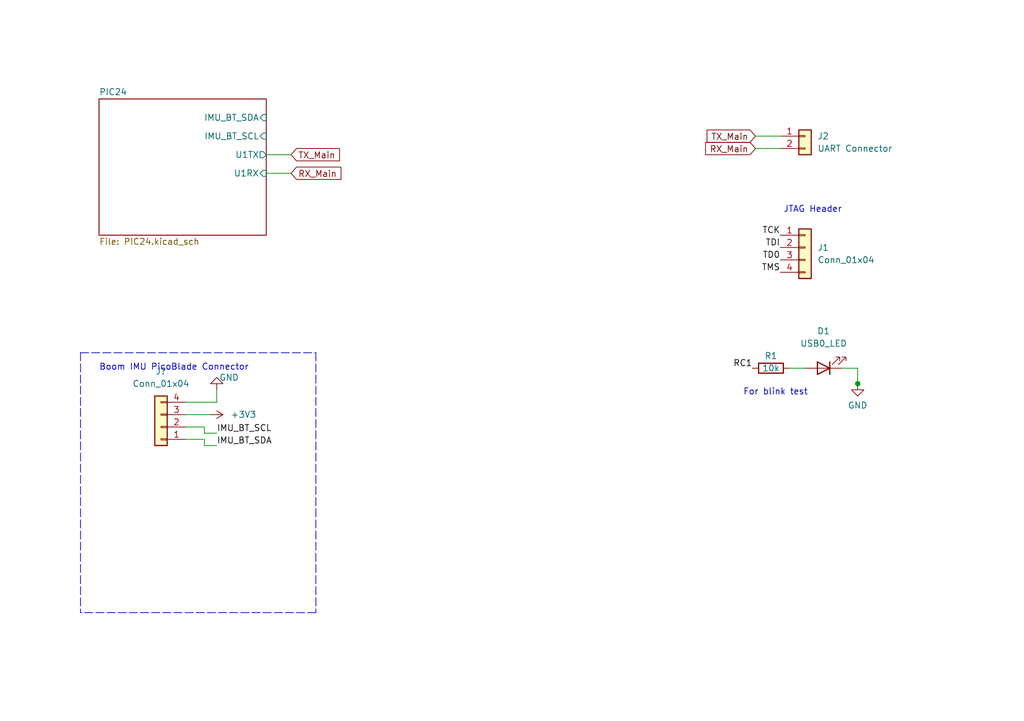
<source format=kicad_sch>
(kicad_sch (version 20211123) (generator eeschema)
  (paper "A5")
  (title_block (title "Proxy Board") (rev "REV 1.0") (company "Space@VT") (comment 1 "Edited by: Luis Yon"))
  (lib_symbols
    (symbol "Connector_Generic:Conn_01x02" (pin_names (offset 1.016) hide)
      (property "Reference" "J" (at 0 2.54 0))
      (property "Value" "Conn_01x02" (at 0 -5.08 0))
      (symbol "Conn_01x02_1_1"
        (rectangle (start -1.27 -2.413) (end 0 -2.667) (stroke (width 0.1524)))
        (rectangle (start -1.27 0.127) (end 0 -0.127) (stroke (width 0.1524)))
        (rectangle (start -1.27 1.27) (end 1.27 -3.81) (stroke (width 0.254)) (fill (type background)))
        (pin passive line (at -5.08 0 0) (length 3.81) (name "Pin_1") (number "1"))
        (pin passive line (at -5.08 -2.54 0) (length 3.81) (name "Pin_2") (number "2"))
      )
    )
    (symbol "Connector_Generic:Conn_01x04" (pin_names (offset 1.016) hide)
      (property "Reference" "J" (at 0 5.08 0))
      (property "Value" "Conn_01x04" (at 0 -7.62 0))
      (symbol "Conn_01x04_1_1"
        (rectangle (start -1.27 -4.953) (end 0 -5.207) (stroke (width 0.1524)))
        (rectangle (start -1.27 -2.413) (end 0 -2.667) (stroke (width 0.1524)))
        (rectangle (start -1.27 0.127) (end 0 -0.127) (stroke (width 0.1524)))
        (rectangle (start -1.27 2.667) (end 0 2.413) (stroke (width 0.1524)))
        (rectangle (start -1.27 3.81) (end 1.27 -6.35) (stroke (width 0.254)) (fill (type background)))
        (pin passive line (at -5.08 2.54 0) (length 3.81) (name "Pin_1") (number "1"))
        (pin passive line (at -5.08 0 0) (length 3.81) (name "Pin_2") (number "2"))
        (pin passive line (at -5.08 -2.54 0) (length 3.81) (name "Pin_3") (number "3"))
        (pin passive line (at -5.08 -5.08 0) (length 3.81) (name "Pin_4") (number "4"))
      )
    )
    (symbol "Device:LED" (pin_numbers hide) (pin_names (offset 1.016) hide)
      (property "Reference" "D" (at 0 2.54 0))
      (property "Value" "LED" (at 0 -2.54 0))
      (symbol "LED_0_1"
        (polyline (pts (xy -1.27 -1.27) (xy -1.27 1.27)) (stroke (width 0.254)))
        (polyline (pts (xy -1.27 0) (xy 1.27 0)))
        (polyline (pts (xy 1.27 -1.27) (xy 1.27 1.27) (xy -1.27 0) (xy 1.27 -1.27)) (stroke (width 0.254)))
        (polyline (pts (xy -3.048 -0.762) (xy -4.572 -2.286) (xy -3.81 -2.286) (xy -4.572 -2.286) (xy -4.572 -1.524)))
        (polyline (pts (xy -1.778 -0.762) (xy -3.302 -2.286) (xy -2.54 -2.286) (xy -3.302 -2.286) (xy -3.302 -1.524)))
      )
      (symbol "LED_1_1"
        (pin passive line (at -3.81 0 0) (length 2.54) (name "K") (number "1"))
        (pin passive line (at 3.81 0 180) (length 2.54) (name "A") (number "2"))
      )
    )
    (symbol "Device:R" (pin_numbers hide) (pin_names (offset 0))
      (property "Reference" "R" (at 2.032 0 90))
      (property "Value" "R" (at 0 0 90))
      (symbol "R_0_1"
        (rectangle (start -1.016 -2.54) (end 1.016 2.54) (stroke (width 0.254)))
      )
      (symbol "R_1_1"
        (pin passive line (at 0 3.81 270) (length 1.27) (name "~") (number "1"))
        (pin passive line (at 0 -3.81 90) (length 1.27) (name "~") (number "2"))
      )
    )
    (symbol "power:+3.3V" (power) (pin_names (offset 0))
      (property "Value" "+3.3V" (at 0 3.556 0))
      (symbol "+3.3V_0_1"
        (polyline (pts (xy -0.762 1.27) (xy 0 2.54)))
        (polyline (pts (xy 0 0) (xy 0 2.54)))
        (polyline (pts (xy 0 2.54) (xy 0.762 1.27)))
      )
      (symbol "+3.3V_1_1"
        (pin power_in line (at 0 0 90) (length 0) hide (name "+3V3") (number "1"))
      )
    )
    (symbol "power:GND" (power) (pin_names (offset 0))
      (property "Value" "GND" (at 0 -3.81 0))
      (symbol "GND_0_1"
        (polyline (pts (xy 0 0) (xy 0 -1.27) (xy 1.27 -1.27) (xy 0 -2.54) (xy -1.27 -1.27) (xy 0 -1.27)))
      )
      (symbol "GND_1_1"
        (pin power_in line (at 0 0 270) (length 0) hide (name "GND") (number "1"))
      )
    )
  )
  (junction (at 175.895 78.74))
  (wire (pts (xy 38.1 85.09) (xy 43.18 85.09)))
  (wire (pts (xy 38.1 90.17) (xy 41.91 90.17)))
  (wire (pts (xy 161.925 75.565) (xy 165.1 75.565)))
  (wire (pts (xy 54.61 31.75) (xy 59.69 31.75)))
  (wire (pts (xy 154.94 30.48) (xy 160.02 30.48)))
  (polyline (pts (xy 64.77 125.73) (xy 16.51 125.73)))
  (wire (pts (xy 175.8949 78.74) (xy 175.895 78.74)))
  (wire (pts (xy 41.91 87.63) (xy 41.91 88.9)))
  (wire (pts (xy 54.61 35.56) (xy 59.69 35.56)))
  (polyline (pts (xy 64.77 72.39) (xy 64.77 125.73)))
  (wire (pts (xy 44.45 80.01) (xy 44.45 82.55)))
  (wire (pts (xy 41.91 88.9) (xy 44.45 88.9)))
  (wire (pts (xy 44.45 82.55) (xy 38.1 82.55)))
  (wire (pts (xy 175.8949 75.565) (xy 175.8949 78.74)))
  (wire (pts (xy 172.72 75.565) (xy 175.8949 75.565)))
  (polyline (pts (xy 16.51 72.39) (xy 64.77 72.39)))
  (wire (pts (xy 41.91 90.17) (xy 41.91 91.44)))
  (wire (pts (xy 38.1 87.63) (xy 41.91 87.63)))
  (wire (pts (xy 41.91 91.44) (xy 44.45 91.44)))
  (polyline (pts (xy 16.51 72.39) (xy 16.51 125.73)))
  (wire (pts (xy 154.94 27.94) (xy 160.02 27.94)))
  (text "For blink test" (at 152.4 81.28 0) (effects (font (size 1.27 1.27)) (justify left bottom)))
  (text "Boom IMU PicoBlade Connector\n" (at 20.32 76.2 0) (effects (font (size 1.27 1.27)) (justify left bottom)))
  (text "JTAG Header\n" (at 160.655 43.815 0) (effects (font (size 1.27 1.27)) (justify left bottom)))
  (label "IMU_BT_SDA" (at 44.45 91.44 0))
  (label "TD0" (at 160.02 53.34 180))
  (label "RC1" (at 154.305 75.565 180))
  (label "TMS" (at 160.02 55.88 180))
  (label "TCK" (at 160.02 48.26 180))
  (label "IMU_BT_SCL" (at 44.45 88.9 0))
  (label "TDI" (at 160.02 50.8 180))
  (global_label "TX_Main" (shape input) (at 154.94 27.94 180) (property "Intersheet References" "${INTERSHEET_REFS}" (effects hide)))
  (global_label "TX_Main" (shape input) (at 59.69 31.75 0) (property "Intersheet References" "${INTERSHEET_REFS}" (effects hide)))
  (global_label "RX_Main" (shape input) (at 154.94 30.48 180) (property "Intersheet References" "${INTERSHEET_REFS}" (effects hide)))
  (global_label "RX_Main" (shape input) (at 59.69 35.56 0) (property "Intersheet References" "${INTERSHEET_REFS}" (effects hide)))
  (symbol (lib_id "Connector_Generic:Conn_01x02") (at 165.1 27.94 0) (unit 1)
    (property "Reference" "J2" (at 167.64 27.9399 0) (effects (justify left)))
    (property "Value" "UART Connector" (at 167.64 30.4799 0) (effects (justify left)))
  )
  (symbol (lib_id "power:GND") (at 44.45 80.01 180) (unit 1)
    (property "Reference" "#PWR?" (effects hide))
    (property "Value" "GND" (at 46.99 77.47 0))
  )
  (symbol (lib_id "Device:R") (at 158.115 75.565 90) (unit 1)
    (property "Reference" "R1" (at 158.115 73.025 90))
    (property "Value" "10k" (at 158.115 75.565 90))
    (property "Footprint" "Resistor_SMD:R_0603_1608Metric" (effects hide))
  )
  (symbol (lib_id "Connector_Generic:Conn_01x04") (at 165.1 50.8 0) (unit 1)
    (property "Reference" "J1" (at 167.64 50.7999 0) (effects (justify left)))
    (property "Value" "Conn_01x04" (at 167.64 53.3399 0) (effects (justify left)))
    (property "Footprint" "Connector_PinHeader_1.27mm:PinHeader_1x04_P1.27mm_Vertical" (effects hide))
  )
  (symbol (lib_id "power:GND") (at 175.895 78.74 0) (unit 1)
    (property "Reference" "#PWR?" (effects hide))
    (property "Value" "GND" (at 175.895 83.185 0))
  )
  (symbol (lib_id "power:+3.3V") (at 43.18 85.09 270) (unit 1)
    (property "Reference" "#PWR?" (effects hide))
    (property "Value" "+3.3V" (at 47.2948 85.0899 90) (effects (justify left)))
  )
  (symbol (lib_id "Connector_Generic:Conn_01x04") (at 33.02 87.63 180) (unit 1)
    (property "Reference" "J?" (at 33.02 76.2 0))
    (property "Value" "Conn_01x04" (at 33.02 78.74 0))
  )
  (symbol (lib_id "Device:LED") (at 168.91 75.565 180) (unit 1)
    (property "Reference" "D1" (at 168.91 67.945 0))
    (property "Value" "USB0_LED" (at 168.91 70.485 0))
    (property "Footprint" "Diode_SMD:D_0603_1608Metric" (effects hide))
  )
  (sheet (at 20.32 20.32) (size 34.29 27.94) (stroke (width 0.1524) (color 132 0 0 1))
    (property "Sheet name" "PIC24" (at 20.32 19.6084 0) (effects (justify left bottom)))
    (property "Sheet file" "PIC24.kicad_sch" (at 20.32 48.8446 0) (effects (justify left top)))
    (pin "IMU_BT_SDA" input (at 54.61 24.13 0))
    (pin "IMU_BT_SCL" input (at 54.61 27.94 0))
    (pin "U1TX" output (at 54.61 31.75 0))
    (pin "U1RX" input (at 54.61 35.56 0))
  )
)
</source>
